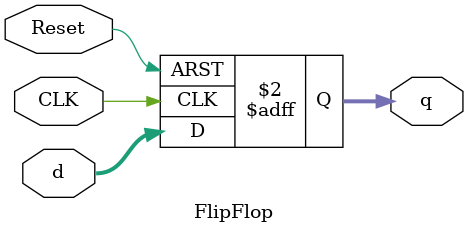
<source format=v>
module FlipFlop (
    input wire CLK,
    input wire Reset,
    input wire [7:0] d,
    output reg [7:0] q
);
    always @(posedge CLK or posedge Reset) begin
        if (Reset)
            q <= 8'h00;
        else
            q <= d;
    end
endmodule
</source>
